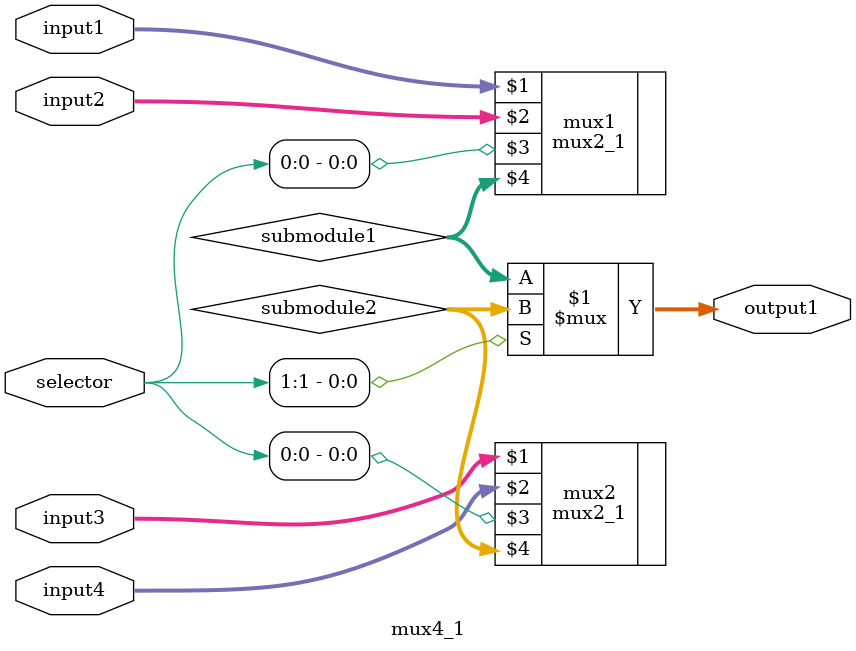
<source format=v>
`include "mux_2_1.v"
module mux4_1(  input[15:0] input1,
                input[15:0] input2,
                input[15:0] input3,
                input[15:0] input4,
                input[1:0] selector,
                output[15:0] output1);
    wire [15:0] submodule1, submodule2;
    mux2_1 mux1(input1, input2, selector[0], submodule1);
    mux2_1 mux2(input3, input4, selector[0], submodule2);
    assign output1 = selector[1] ? submodule2 : submodule1;
endmodule
</source>
